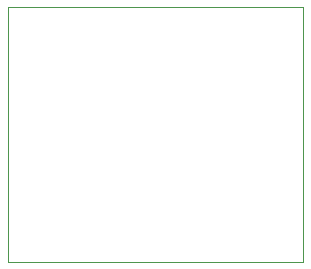
<source format=gbr>
%TF.GenerationSoftware,KiCad,Pcbnew,(6.0.4-0)*%
%TF.CreationDate,2023-02-21T13:55:30-07:00*%
%TF.ProjectId,polarity_inverter,706f6c61-7269-4747-995f-696e76657274,rev?*%
%TF.SameCoordinates,Original*%
%TF.FileFunction,Profile,NP*%
%FSLAX46Y46*%
G04 Gerber Fmt 4.6, Leading zero omitted, Abs format (unit mm)*
G04 Created by KiCad (PCBNEW (6.0.4-0)) date 2023-02-21 13:55:30*
%MOMM*%
%LPD*%
G01*
G04 APERTURE LIST*
%TA.AperFunction,Profile*%
%ADD10C,0.100000*%
%TD*%
G04 APERTURE END LIST*
D10*
X123000000Y-110000000D02*
X148000000Y-110000000D01*
X148000000Y-110000000D02*
X148000000Y-131600000D01*
X148000000Y-131600000D02*
X123000000Y-131600000D01*
X123000000Y-131600000D02*
X123000000Y-110000000D01*
M02*

</source>
